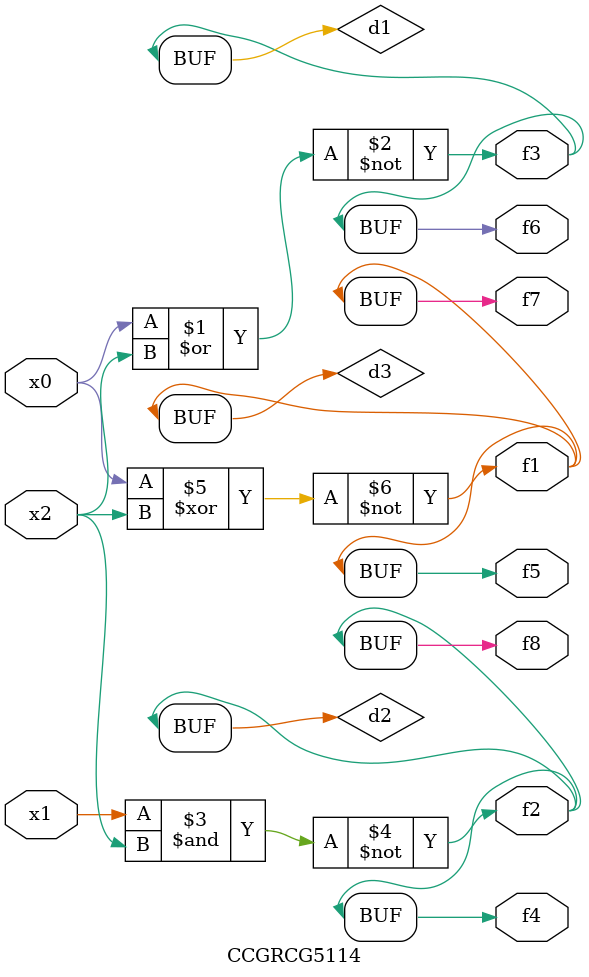
<source format=v>
module CCGRCG5114(
	input x0, x1, x2,
	output f1, f2, f3, f4, f5, f6, f7, f8
);

	wire d1, d2, d3;

	nor (d1, x0, x2);
	nand (d2, x1, x2);
	xnor (d3, x0, x2);
	assign f1 = d3;
	assign f2 = d2;
	assign f3 = d1;
	assign f4 = d2;
	assign f5 = d3;
	assign f6 = d1;
	assign f7 = d3;
	assign f8 = d2;
endmodule

</source>
